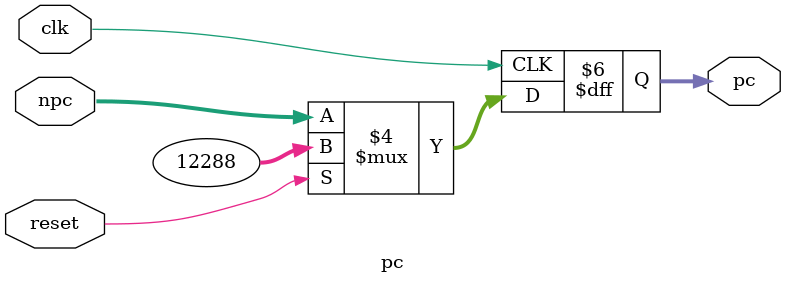
<source format=v>
module pc(
    input clk,
    input reset,
    input [31:0] npc,
    output reg [31:0] pc
);

    initial pc = 32'h0000_3000;

    always @(posedge clk) begin
        if(reset) begin
            pc <= 32'h0000_3000;
        end
        else begin
            pc <= npc;
        end
    end

endmodule // pc
</source>
